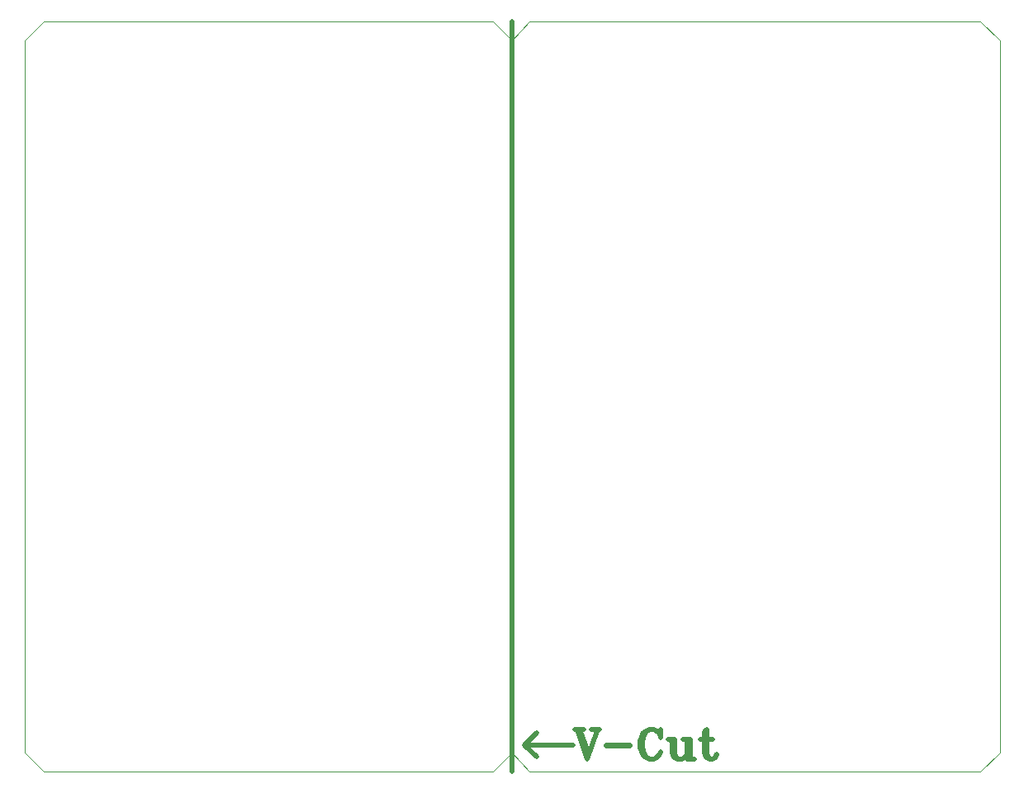
<source format=gko>
%FSLAX46Y46*%
%MOMM*%
%ADD10C,0.010000*%
%ADD11C,0.500000*%
G01*
%LPD*%
G01*
%LPD*%
D10*
X39750000Y43000000D02*
X41750000Y41000000D01*
D10*
X41750000Y41000000D02*
X43500000Y43000000D01*
D10*
X43500000Y43000000D02*
X89750000Y43000000D01*
D10*
X89750000Y43000000D02*
X91750000Y41000000D01*
D10*
X91750000Y41000000D02*
X91750000Y-32000000D01*
D10*
X91750000Y-32000000D02*
X89750000Y-34000000D01*
D10*
X89750000Y-34000000D02*
X43500000Y-34000000D01*
D10*
X43500000Y-34000000D02*
X41750000Y-32000000D01*
D10*
X41750000Y-32000000D02*
X39750000Y-34000000D01*
D10*
X39750000Y-34000000D02*
X-6250000Y-34000000D01*
D10*
X-6250000Y-34000000D02*
X-8250000Y-32000000D01*
D10*
X-8250000Y-32000000D02*
X-8250000Y41000000D01*
D10*
X-8250000Y41000000D02*
X-6250000Y43000000D01*
D10*
X-6250000Y43000000D02*
X39750000Y43000000D01*
D11*
X49428572Y-32678572D02*
X48428572Y-29678572D01*
D11*
X49428572Y-32250000D02*
X48571428Y-29678572D01*
D11*
X49428572Y-32678572D02*
X49428572Y-32250000D01*
D11*
X49571428Y-32250000D02*
X48714284Y-29678572D01*
D11*
X49428572Y-32678572D02*
X50428572Y-29821428D01*
D11*
X49142856Y-29678572D02*
X48142856Y-29678572D01*
D11*
X50714284Y-29678572D02*
X49857144Y-29678572D01*
D11*
X48571428Y-29964286D02*
X48285716Y-29678572D01*
D11*
X48714284Y-29964286D02*
X48857144Y-29678572D01*
D11*
X48714284Y-29821428D02*
X49000000Y-29678572D01*
D11*
X50428572Y-29821428D02*
X50142856Y-29678572D01*
D11*
X50428572Y-29821428D02*
X50571428Y-29678572D01*
D11*
X53857144Y-31250000D02*
X51428572Y-31250000D01*
D11*
X53857144Y-31392858D02*
X53857144Y-31250000D01*
D11*
X51428572Y-31392858D02*
X51428572Y-31250000D01*
D11*
X53857144Y-31392858D02*
X51428572Y-31392858D01*
D11*
X57000000Y-29678572D02*
X56857144Y-30107142D01*
D11*
X57000000Y-30535714D02*
X57000000Y-29678572D01*
D11*
X56857144Y-30107142D02*
X57000000Y-30535714D01*
D11*
X56571428Y-29821428D02*
X56857144Y-30107142D01*
D11*
X56285712Y-29678572D02*
X56571428Y-29821428D01*
D11*
X55857144Y-29678572D02*
X56285712Y-29678572D01*
D11*
X55428572Y-29821428D02*
X55857144Y-29678572D01*
D11*
X55142856Y-30107142D02*
X55428572Y-29821428D01*
D11*
X55000000Y-30392858D02*
X55142856Y-30107142D01*
D11*
X54857144Y-30821428D02*
X55000000Y-30392858D01*
D11*
X54857144Y-31535714D02*
X54857144Y-30821428D01*
D11*
X55000000Y-31964286D02*
X54857144Y-31535714D01*
D11*
X55142856Y-32250000D02*
X55000000Y-31964286D01*
D11*
X55428572Y-32535714D02*
X55142856Y-32250000D01*
D11*
X55857144Y-32678572D02*
X55428572Y-32535714D01*
D11*
X56285712Y-32678572D02*
X55857144Y-32678572D01*
D11*
X56571428Y-32535714D02*
X56285712Y-32678572D01*
D11*
X56857144Y-32250000D02*
X56571428Y-32535714D01*
D11*
X57000000Y-31964286D02*
X56857144Y-32250000D01*
D11*
X55142856Y-30392858D02*
X55285712Y-30107142D01*
D11*
X55000000Y-30821428D02*
X55142856Y-30392858D01*
D11*
X55000000Y-31535714D02*
X55000000Y-30821428D01*
D11*
X55142856Y-31964286D02*
X55000000Y-31535714D01*
D11*
X55285712Y-32250000D02*
X55142856Y-31964286D01*
D11*
X55571428Y-29821428D02*
X55857144Y-29678572D01*
D11*
X55285712Y-30250000D02*
X55571428Y-29821428D01*
D11*
X55142856Y-30821428D02*
X55285712Y-30250000D01*
D11*
X55142856Y-31535714D02*
X55142856Y-30821428D01*
D11*
X55285712Y-32107142D02*
X55142856Y-31535714D01*
D11*
X55571428Y-32535714D02*
X55285712Y-32107142D01*
D11*
X55857144Y-32678572D02*
X55571428Y-32535714D01*
D11*
X58142856Y-31964286D02*
X58142856Y-30678572D01*
D11*
X58285712Y-32392858D02*
X58142856Y-31964286D01*
D11*
X58428572Y-32535714D02*
X58285712Y-32392858D01*
D11*
X58714288Y-32678572D02*
X58428572Y-32535714D01*
D11*
X59142856Y-32678572D02*
X58714288Y-32678572D01*
D11*
X59428572Y-32535714D02*
X59142856Y-32678572D01*
D11*
X59571428Y-32392858D02*
X59428572Y-32535714D01*
D11*
X59714288Y-32107142D02*
X59571428Y-32392858D01*
D11*
X58285712Y-32107142D02*
X58285712Y-30821428D01*
D11*
X58428572Y-32392858D02*
X58285712Y-32107142D01*
D11*
X58428572Y-30678572D02*
X57714288Y-30678572D01*
D11*
X58428572Y-32107142D02*
X58428572Y-30678572D01*
D11*
X58571428Y-32535714D02*
X58428572Y-32107142D01*
D11*
X58714288Y-32678572D02*
X58571428Y-32535714D01*
D11*
X59714288Y-32678572D02*
X59714288Y-30678572D01*
D11*
X60428572Y-32678572D02*
X59714288Y-32678572D01*
D11*
X59857144Y-32535714D02*
X59857144Y-30821428D01*
D11*
X60000000Y-30678572D02*
X59285712Y-30678572D01*
D11*
X60000000Y-32678572D02*
X60000000Y-30678572D01*
D11*
X58142856Y-30821428D02*
X57857144Y-30678572D01*
D11*
X58142856Y-30964286D02*
X58000000Y-30678572D01*
D11*
X60142856Y-32678572D02*
X60000000Y-32392858D01*
D11*
X60285712Y-32678572D02*
X60000000Y-32535714D01*
D11*
X61428572Y-31964286D02*
X61428572Y-29964286D01*
D11*
X61571428Y-32392858D02*
X61428572Y-31964286D01*
D11*
X61714288Y-32535714D02*
X61571428Y-32392858D01*
D11*
X62000000Y-32678572D02*
X61714288Y-32535714D01*
D11*
X62285712Y-32678572D02*
X62000000Y-32678572D01*
D11*
X62571428Y-32535714D02*
X62285712Y-32678572D01*
D11*
X62714284Y-32250000D02*
X62571428Y-32535714D01*
D11*
X61571428Y-32107142D02*
X61571428Y-29964286D01*
D11*
X61714288Y-32392858D02*
X61571428Y-32107142D01*
D11*
X61714288Y-29678572D02*
X61428572Y-29964286D01*
D11*
X61714288Y-32107142D02*
X61714288Y-29678572D01*
D11*
X61857144Y-32535714D02*
X61714288Y-32107142D01*
D11*
X62000000Y-32678572D02*
X61857144Y-32535714D01*
D11*
X62285712Y-30678572D02*
X61000000Y-30678572D01*
D11*
X48000000Y-31250000D02*
X43000000Y-31250000D01*
D11*
X41750000Y43000000D02*
X41750000Y-34000000D01*
D11*
X43000000Y-31250000D02*
X44250000Y-32500000D01*
D11*
X43000000Y-31250000D02*
X44250000Y-30000000D01*
G75*
M02*

</source>
